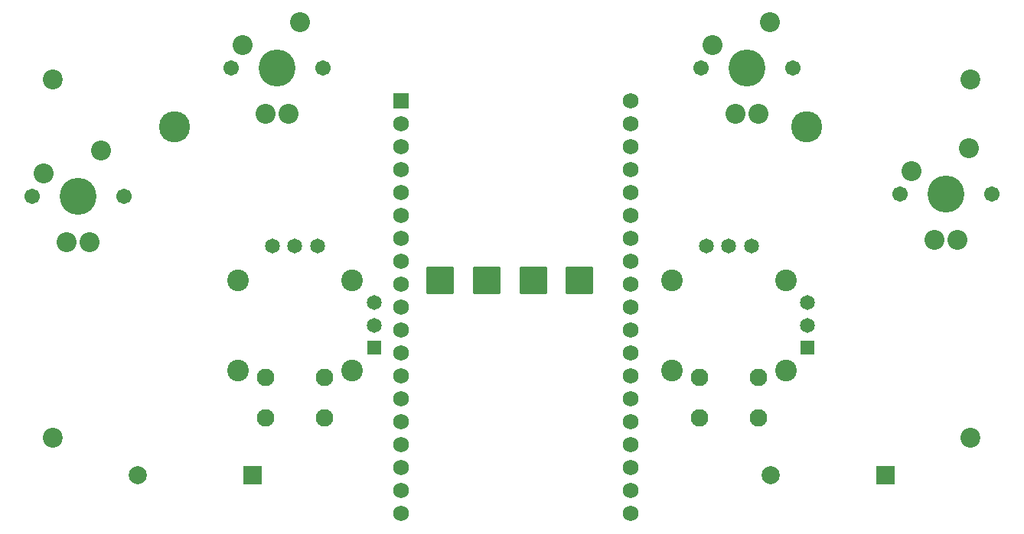
<source format=gbs>
%TF.GenerationSoftware,KiCad,Pcbnew,8.0.5*%
%TF.CreationDate,2024-09-19T16:33:59+10:00*%
%TF.ProjectId,SBRcontroller,53425263-6f6e-4747-926f-6c6c65722e6b,rev?*%
%TF.SameCoordinates,PX3d09000PY568bc30*%
%TF.FileFunction,Soldermask,Bot*%
%TF.FilePolarity,Negative*%
%FSLAX46Y46*%
G04 Gerber Fmt 4.6, Leading zero omitted, Abs format (unit mm)*
G04 Created by KiCad (PCBNEW 8.0.5) date 2024-09-19 16:33:59*
%MOMM*%
%LPD*%
G01*
G04 APERTURE LIST*
G04 Aperture macros list*
%AMRoundRect*
0 Rectangle with rounded corners*
0 $1 Rounding radius*
0 $2 $3 $4 $5 $6 $7 $8 $9 X,Y pos of 4 corners*
0 Add a 4 corners polygon primitive as box body*
4,1,4,$2,$3,$4,$5,$6,$7,$8,$9,$2,$3,0*
0 Add four circle primitives for the rounded corners*
1,1,$1+$1,$2,$3*
1,1,$1+$1,$4,$5*
1,1,$1+$1,$6,$7*
1,1,$1+$1,$8,$9*
0 Add four rect primitives between the rounded corners*
20,1,$1+$1,$2,$3,$4,$5,0*
20,1,$1+$1,$4,$5,$6,$7,0*
20,1,$1+$1,$6,$7,$8,$9,0*
20,1,$1+$1,$8,$9,$2,$3,0*%
G04 Aperture macros list end*
%ADD10C,1.706881*%
%ADD11C,4.089400*%
%ADD12C,2.203200*%
%ADD13C,1.950000*%
%ADD14C,2.400000*%
%ADD15R,1.650000X1.650000*%
%ADD16C,1.650000*%
%ADD17C,2.200000*%
%ADD18RoundRect,0.102000X-0.765000X-0.765000X0.765000X-0.765000X0.765000X0.765000X-0.765000X0.765000X0*%
%ADD19C,1.734000*%
%ADD20RoundRect,0.249999X-1.300001X1.300001X-1.300001X-1.300001X1.300001X-1.300001X1.300001X1.300001X0*%
%ADD21C,3.450000*%
%ADD22R,2.000000X2.000000*%
%ADD23C,2.000000*%
G04 APERTURE END LIST*
D10*
%TO.C,U5*%
X4920000Y10250000D03*
D11*
X10000000Y10250000D03*
D10*
X15080000Y10250000D03*
D12*
X8730000Y5170000D03*
X11270000Y5170000D03*
X6190000Y12790000D03*
X12540000Y15330000D03*
%TD*%
D13*
%TO.C,U1*%
X8750000Y-24000000D03*
X15250000Y-24000000D03*
X8750000Y-28500000D03*
X15250000Y-28500000D03*
D14*
X18325000Y-13250000D03*
X5675000Y-13250000D03*
X5675000Y-23250000D03*
X18325000Y-23250000D03*
D15*
X20730000Y-20750000D03*
D16*
X20730000Y-18250000D03*
X20730000Y-15750000D03*
X14500000Y-9520000D03*
X12000000Y-9520000D03*
X9500000Y-9520000D03*
%TD*%
D13*
%TO.C,U11*%
X56750000Y-24000000D03*
X63250000Y-24000000D03*
X56750000Y-28500000D03*
X63250000Y-28500000D03*
D14*
X66325000Y-13250000D03*
X53675000Y-13250000D03*
X53675000Y-23250000D03*
X66325000Y-23250000D03*
D15*
X68730000Y-20750000D03*
D16*
X68730000Y-18250000D03*
X68730000Y-15750000D03*
X62500000Y-9520000D03*
X60000000Y-9520000D03*
X57500000Y-9520000D03*
%TD*%
D17*
%TO.C,H4*%
X86750000Y-30750000D03*
%TD*%
%TO.C,H2*%
X-14750000Y-30750000D03*
%TD*%
D10*
%TO.C,U3*%
X-17080000Y-4000000D03*
D11*
X-12000000Y-4000000D03*
D10*
X-6920000Y-4000000D03*
D12*
X-13270000Y-9080000D03*
X-10730000Y-9080000D03*
X-15810000Y-1460000D03*
X-9460000Y1080000D03*
%TD*%
D18*
%TO.C,U7*%
X23750000Y6600000D03*
D19*
X23750000Y4060000D03*
X23750000Y1520000D03*
X23750000Y-1020000D03*
X23750000Y-3560000D03*
X23750000Y-6100000D03*
X23750000Y-8640000D03*
X23750000Y-11180000D03*
X23750000Y-13720000D03*
X23750000Y-16260000D03*
X23750000Y-18800000D03*
X23750000Y-21340000D03*
X23750000Y-23880000D03*
X23750000Y-26420000D03*
X23750000Y-28960000D03*
X23750000Y-31500000D03*
X23750000Y-34040000D03*
X23750000Y-36580000D03*
X23750000Y-39120000D03*
X49150000Y-39120000D03*
X49150000Y-36580000D03*
X49150000Y-34040000D03*
X49150000Y-31500000D03*
X49150000Y-28960000D03*
X49150000Y-26420000D03*
X49150000Y-23880000D03*
X49150000Y-21340000D03*
X49150000Y-18800000D03*
X49150000Y-16260000D03*
X49150000Y-13720000D03*
X49150000Y-11180000D03*
X49150000Y-8640000D03*
X49150000Y-6100000D03*
X49150000Y-3560000D03*
X49150000Y-1020000D03*
X49150000Y1520000D03*
X49150000Y4060000D03*
X49150000Y6600000D03*
%TD*%
D10*
%TO.C,U4*%
X78920000Y-3750000D03*
D11*
X84000000Y-3750000D03*
D10*
X89080000Y-3750000D03*
D12*
X82730000Y-8830000D03*
X85270000Y-8830000D03*
X80190000Y-1210000D03*
X86540000Y1330000D03*
%TD*%
D10*
%TO.C,U2*%
X56920000Y10250000D03*
D11*
X62000000Y10250000D03*
D10*
X67080000Y10250000D03*
D12*
X60730000Y5170000D03*
X63270000Y5170000D03*
X58190000Y12790000D03*
X64540000Y15330000D03*
%TD*%
D17*
%TO.C,H1*%
X-14750000Y9000000D03*
%TD*%
%TO.C,H3*%
X86750000Y9000000D03*
%TD*%
D20*
%TO.C,J4*%
X33200000Y-13250000D03*
%TD*%
%TO.C,J3*%
X38350000Y-13250000D03*
%TD*%
%TO.C,J5*%
X28050000Y-13250000D03*
%TD*%
D21*
%TO.C,BT2*%
X-1350000Y3710000D03*
D22*
X7350000Y-34900000D03*
D23*
X-5350000Y-34900000D03*
%TD*%
D21*
%TO.C,BT1*%
X68650000Y3710000D03*
D22*
X77350000Y-34900000D03*
D23*
X64650000Y-34900000D03*
%TD*%
D20*
%TO.C,J2*%
X43500000Y-13250000D03*
%TD*%
M02*

</source>
